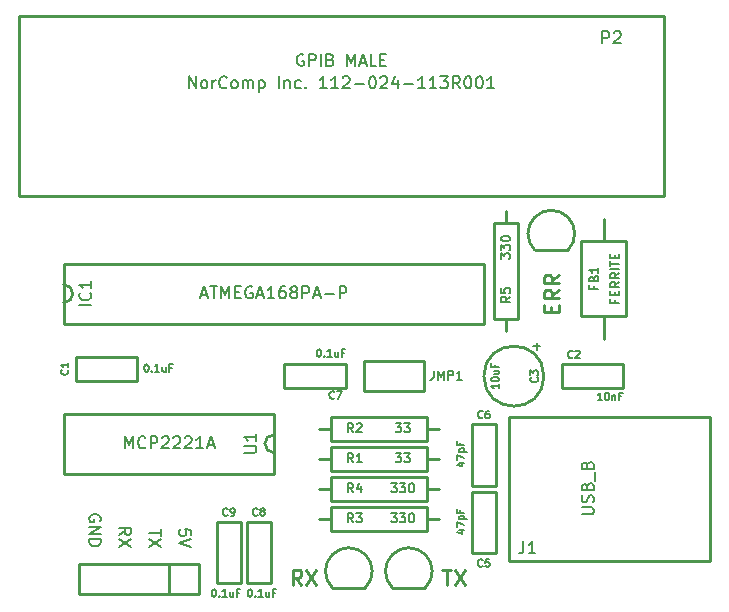
<source format=gto>
G04 (created by PCBNEW (22-Jun-2014 BZR 4027)-stable) date Sat 02 Sep 2017 11:43:59 PM CDT*
%MOIN*%
G04 Gerber Fmt 3.4, Leading zero omitted, Abs format*
%FSLAX34Y34*%
G01*
G70*
G90*
G04 APERTURE LIST*
%ADD10C,0.00393701*%
%ADD11C,0.008*%
%ADD12C,0.01*%
%ADD13C,0.00590551*%
%ADD14C,0.006*%
%ADD15C,0.005*%
G04 APERTURE END LIST*
G54D10*
G54D11*
X53488Y-48311D02*
X53488Y-48121D01*
X53297Y-48102D01*
X53316Y-48121D01*
X53335Y-48159D01*
X53335Y-48254D01*
X53316Y-48292D01*
X53297Y-48311D01*
X53259Y-48330D01*
X53164Y-48330D01*
X53126Y-48311D01*
X53107Y-48292D01*
X53088Y-48254D01*
X53088Y-48159D01*
X53107Y-48121D01*
X53126Y-48102D01*
X53488Y-48445D02*
X53088Y-48578D01*
X53488Y-48711D01*
X52488Y-48102D02*
X52488Y-48330D01*
X52088Y-48216D02*
X52488Y-48216D01*
X52488Y-48426D02*
X52088Y-48692D01*
X52488Y-48692D02*
X52088Y-48426D01*
X51088Y-48292D02*
X51278Y-48159D01*
X51088Y-48064D02*
X51488Y-48064D01*
X51488Y-48216D01*
X51469Y-48254D01*
X51450Y-48273D01*
X51411Y-48292D01*
X51354Y-48292D01*
X51316Y-48273D01*
X51297Y-48254D01*
X51278Y-48216D01*
X51278Y-48064D01*
X51488Y-48426D02*
X51088Y-48692D01*
X51488Y-48692D02*
X51088Y-48426D01*
X50469Y-47835D02*
X50488Y-47797D01*
X50488Y-47740D01*
X50469Y-47683D01*
X50430Y-47645D01*
X50392Y-47626D01*
X50316Y-47607D01*
X50259Y-47607D01*
X50183Y-47626D01*
X50145Y-47645D01*
X50107Y-47683D01*
X50088Y-47740D01*
X50088Y-47778D01*
X50107Y-47835D01*
X50126Y-47854D01*
X50259Y-47854D01*
X50259Y-47778D01*
X50088Y-48026D02*
X50488Y-48026D01*
X50088Y-48254D01*
X50488Y-48254D01*
X50088Y-48445D02*
X50488Y-48445D01*
X50488Y-48540D01*
X50469Y-48597D01*
X50430Y-48635D01*
X50392Y-48654D01*
X50316Y-48673D01*
X50259Y-48673D01*
X50183Y-48654D01*
X50145Y-48635D01*
X50107Y-48597D01*
X50088Y-48540D01*
X50088Y-48445D01*
G54D12*
X69250Y-31000D02*
X69250Y-37000D01*
X69250Y-37000D02*
X47750Y-37000D01*
X47750Y-37000D02*
X47750Y-31000D01*
X69250Y-31000D02*
X47750Y-31000D01*
X63250Y-41250D02*
X56250Y-41250D01*
X56250Y-39250D02*
X63250Y-39250D01*
X53250Y-41250D02*
X56250Y-41250D01*
X53250Y-39250D02*
X56250Y-39250D01*
X49550Y-40250D02*
G75*
G03X49250Y-39950I-300J0D01*
G74*
G01*
X49250Y-40550D02*
G75*
G03X49550Y-40250I0J300D01*
G74*
G01*
X49250Y-39250D02*
X53250Y-39250D01*
X63250Y-39250D02*
X63250Y-41250D01*
X53250Y-41250D02*
X49250Y-41250D01*
X49250Y-41250D02*
X49250Y-39250D01*
X70800Y-49150D02*
X70800Y-44350D01*
X70800Y-44350D02*
X64100Y-44350D01*
X64100Y-44350D02*
X64100Y-49150D01*
X64100Y-49150D02*
X70800Y-49150D01*
X52750Y-50250D02*
X52750Y-49250D01*
X53750Y-50250D02*
X49750Y-50250D01*
X49750Y-50250D02*
X49750Y-49250D01*
X49750Y-49250D02*
X53750Y-49250D01*
X53750Y-49250D02*
X53750Y-50250D01*
X59250Y-42500D02*
X61250Y-42500D01*
X61250Y-42500D02*
X61250Y-43500D01*
X61250Y-43500D02*
X59250Y-43500D01*
X59250Y-43500D02*
X59250Y-42500D01*
X57750Y-45750D02*
X58150Y-45750D01*
X58150Y-45750D02*
X58150Y-45350D01*
X58150Y-45350D02*
X61350Y-45350D01*
X61350Y-45350D02*
X61350Y-46150D01*
X61350Y-46150D02*
X58150Y-46150D01*
X58150Y-46150D02*
X58150Y-45750D01*
X61750Y-45750D02*
X61350Y-45750D01*
X57750Y-44750D02*
X58150Y-44750D01*
X58150Y-44750D02*
X58150Y-44350D01*
X58150Y-44350D02*
X61350Y-44350D01*
X61350Y-44350D02*
X61350Y-45150D01*
X61350Y-45150D02*
X58150Y-45150D01*
X58150Y-45150D02*
X58150Y-44750D01*
X61750Y-44750D02*
X61350Y-44750D01*
X64000Y-41500D02*
X64000Y-41100D01*
X64000Y-41100D02*
X63600Y-41100D01*
X63600Y-41100D02*
X63600Y-37900D01*
X63600Y-37900D02*
X64400Y-37900D01*
X64400Y-37900D02*
X64400Y-41100D01*
X64400Y-41100D02*
X64000Y-41100D01*
X64000Y-37500D02*
X64000Y-37900D01*
X57750Y-47750D02*
X58150Y-47750D01*
X58150Y-47750D02*
X58150Y-47350D01*
X58150Y-47350D02*
X61350Y-47350D01*
X61350Y-47350D02*
X61350Y-48150D01*
X61350Y-48150D02*
X58150Y-48150D01*
X58150Y-48150D02*
X58150Y-47750D01*
X61750Y-47750D02*
X61350Y-47750D01*
X57750Y-46750D02*
X58150Y-46750D01*
X58150Y-46750D02*
X58150Y-46350D01*
X58150Y-46350D02*
X61350Y-46350D01*
X61350Y-46350D02*
X61350Y-47150D01*
X61350Y-47150D02*
X58150Y-47150D01*
X58150Y-47150D02*
X58150Y-46750D01*
X61750Y-46750D02*
X61350Y-46750D01*
X66051Y-38801D02*
X64948Y-38801D01*
X64948Y-37698D02*
G75*
G03X64948Y-38801I551J-551D01*
G74*
G01*
X66051Y-37698D02*
G75*
G03X64948Y-37698I-551J-551D01*
G74*
G01*
X66051Y-38801D02*
G75*
G03X66051Y-37698I-551J551D01*
G74*
G01*
X61301Y-50051D02*
X60198Y-50051D01*
X60198Y-48948D02*
G75*
G03X60198Y-50051I551J-551D01*
G74*
G01*
X61301Y-48948D02*
G75*
G03X60198Y-48948I-551J-551D01*
G74*
G01*
X61301Y-50051D02*
G75*
G03X61301Y-48948I-551J551D01*
G74*
G01*
X59301Y-50051D02*
X58198Y-50051D01*
X58198Y-48948D02*
G75*
G03X58198Y-50051I551J-551D01*
G74*
G01*
X59301Y-48948D02*
G75*
G03X58198Y-48948I-551J-551D01*
G74*
G01*
X59301Y-50051D02*
G75*
G03X59301Y-48948I-551J551D01*
G74*
G01*
X68000Y-41000D02*
X68000Y-38500D01*
X66500Y-41000D02*
X66500Y-38500D01*
X67250Y-41000D02*
X66500Y-41000D01*
X66500Y-38500D02*
X68000Y-38500D01*
X68000Y-41000D02*
X67250Y-41000D01*
X67250Y-37750D02*
X67250Y-38500D01*
X67250Y-41750D02*
X67250Y-41000D01*
X65250Y-43000D02*
G75*
G03X65250Y-43000I-1000J0D01*
G74*
G01*
X52250Y-44250D02*
X49250Y-44250D01*
X52250Y-46250D02*
X49250Y-46250D01*
X55950Y-45250D02*
G75*
G03X56250Y-45550I300J0D01*
G74*
G01*
X56250Y-44950D02*
G75*
G03X55950Y-45250I0J-300D01*
G74*
G01*
X56250Y-46250D02*
X52250Y-46250D01*
X49250Y-46250D02*
X49250Y-44250D01*
X52250Y-44250D02*
X56250Y-44250D01*
X56250Y-44250D02*
X56250Y-46250D01*
X54350Y-47850D02*
X54350Y-49900D01*
X55150Y-47850D02*
X55150Y-49900D01*
X55150Y-49900D02*
X54350Y-49900D01*
X54350Y-47850D02*
X55150Y-47850D01*
X63650Y-46650D02*
X63650Y-44600D01*
X62850Y-46650D02*
X62850Y-44600D01*
X62850Y-44600D02*
X63650Y-44600D01*
X63650Y-46650D02*
X62850Y-46650D01*
X62850Y-46850D02*
X62850Y-48900D01*
X63650Y-46850D02*
X63650Y-48900D01*
X63650Y-48900D02*
X62850Y-48900D01*
X62850Y-46850D02*
X63650Y-46850D01*
X65850Y-43400D02*
X67900Y-43400D01*
X65850Y-42600D02*
X67900Y-42600D01*
X67900Y-42600D02*
X67900Y-43400D01*
X65850Y-43400D02*
X65850Y-42600D01*
X49650Y-43150D02*
X51700Y-43150D01*
X49650Y-42350D02*
X51700Y-42350D01*
X51700Y-42350D02*
X51700Y-43150D01*
X49650Y-43150D02*
X49650Y-42350D01*
X58650Y-42600D02*
X56600Y-42600D01*
X58650Y-43400D02*
X56600Y-43400D01*
X56600Y-43400D02*
X56600Y-42600D01*
X58650Y-42600D02*
X58650Y-43400D01*
X55350Y-47850D02*
X55350Y-49900D01*
X56150Y-47850D02*
X56150Y-49900D01*
X56150Y-49900D02*
X55350Y-49900D01*
X55350Y-47850D02*
X56150Y-47850D01*
G54D11*
X67204Y-31911D02*
X67204Y-31511D01*
X67357Y-31511D01*
X67395Y-31530D01*
X67414Y-31550D01*
X67433Y-31588D01*
X67433Y-31645D01*
X67414Y-31683D01*
X67395Y-31702D01*
X67357Y-31721D01*
X67204Y-31721D01*
X67585Y-31550D02*
X67604Y-31530D01*
X67642Y-31511D01*
X67738Y-31511D01*
X67776Y-31530D01*
X67795Y-31550D01*
X67814Y-31588D01*
X67814Y-31626D01*
X67795Y-31683D01*
X67566Y-31911D01*
X67814Y-31911D01*
G54D13*
X57234Y-32284D02*
X57197Y-32265D01*
X57140Y-32265D01*
X57084Y-32284D01*
X57047Y-32321D01*
X57028Y-32359D01*
X57009Y-32434D01*
X57009Y-32490D01*
X57028Y-32565D01*
X57047Y-32603D01*
X57084Y-32640D01*
X57140Y-32659D01*
X57178Y-32659D01*
X57234Y-32640D01*
X57253Y-32621D01*
X57253Y-32490D01*
X57178Y-32490D01*
X57422Y-32659D02*
X57422Y-32265D01*
X57571Y-32265D01*
X57609Y-32284D01*
X57628Y-32303D01*
X57646Y-32340D01*
X57646Y-32396D01*
X57628Y-32434D01*
X57609Y-32453D01*
X57571Y-32471D01*
X57422Y-32471D01*
X57815Y-32659D02*
X57815Y-32265D01*
X58134Y-32453D02*
X58190Y-32471D01*
X58209Y-32490D01*
X58228Y-32528D01*
X58228Y-32584D01*
X58209Y-32621D01*
X58190Y-32640D01*
X58153Y-32659D01*
X58003Y-32659D01*
X58003Y-32265D01*
X58134Y-32265D01*
X58171Y-32284D01*
X58190Y-32303D01*
X58209Y-32340D01*
X58209Y-32378D01*
X58190Y-32415D01*
X58171Y-32434D01*
X58134Y-32453D01*
X58003Y-32453D01*
X58696Y-32659D02*
X58696Y-32265D01*
X58828Y-32546D01*
X58959Y-32265D01*
X58959Y-32659D01*
X59128Y-32546D02*
X59315Y-32546D01*
X59090Y-32659D02*
X59221Y-32265D01*
X59353Y-32659D01*
X59671Y-32659D02*
X59484Y-32659D01*
X59484Y-32265D01*
X59802Y-32453D02*
X59934Y-32453D01*
X59990Y-32659D02*
X59802Y-32659D01*
X59802Y-32265D01*
X59990Y-32265D01*
G54D11*
X53423Y-33411D02*
X53423Y-33011D01*
X53652Y-33411D01*
X53652Y-33011D01*
X53900Y-33411D02*
X53861Y-33392D01*
X53842Y-33373D01*
X53823Y-33335D01*
X53823Y-33221D01*
X53842Y-33183D01*
X53861Y-33164D01*
X53900Y-33145D01*
X53957Y-33145D01*
X53995Y-33164D01*
X54014Y-33183D01*
X54033Y-33221D01*
X54033Y-33335D01*
X54014Y-33373D01*
X53995Y-33392D01*
X53957Y-33411D01*
X53900Y-33411D01*
X54204Y-33411D02*
X54204Y-33145D01*
X54204Y-33221D02*
X54223Y-33183D01*
X54242Y-33164D01*
X54280Y-33145D01*
X54319Y-33145D01*
X54680Y-33373D02*
X54661Y-33392D01*
X54604Y-33411D01*
X54566Y-33411D01*
X54509Y-33392D01*
X54471Y-33354D01*
X54452Y-33316D01*
X54433Y-33240D01*
X54433Y-33183D01*
X54452Y-33107D01*
X54471Y-33069D01*
X54509Y-33030D01*
X54566Y-33011D01*
X54604Y-33011D01*
X54661Y-33030D01*
X54680Y-33050D01*
X54909Y-33411D02*
X54871Y-33392D01*
X54852Y-33373D01*
X54833Y-33335D01*
X54833Y-33221D01*
X54852Y-33183D01*
X54871Y-33164D01*
X54909Y-33145D01*
X54966Y-33145D01*
X55004Y-33164D01*
X55023Y-33183D01*
X55042Y-33221D01*
X55042Y-33335D01*
X55023Y-33373D01*
X55004Y-33392D01*
X54966Y-33411D01*
X54909Y-33411D01*
X55214Y-33411D02*
X55214Y-33145D01*
X55214Y-33183D02*
X55233Y-33164D01*
X55271Y-33145D01*
X55328Y-33145D01*
X55366Y-33164D01*
X55385Y-33202D01*
X55385Y-33411D01*
X55385Y-33202D02*
X55404Y-33164D01*
X55442Y-33145D01*
X55500Y-33145D01*
X55538Y-33164D01*
X55557Y-33202D01*
X55557Y-33411D01*
X55747Y-33145D02*
X55747Y-33545D01*
X55747Y-33164D02*
X55785Y-33145D01*
X55861Y-33145D01*
X55900Y-33164D01*
X55919Y-33183D01*
X55938Y-33221D01*
X55938Y-33335D01*
X55919Y-33373D01*
X55900Y-33392D01*
X55861Y-33411D01*
X55785Y-33411D01*
X55747Y-33392D01*
X56414Y-33411D02*
X56414Y-33011D01*
X56604Y-33145D02*
X56604Y-33411D01*
X56604Y-33183D02*
X56623Y-33164D01*
X56661Y-33145D01*
X56719Y-33145D01*
X56757Y-33164D01*
X56776Y-33202D01*
X56776Y-33411D01*
X57138Y-33392D02*
X57100Y-33411D01*
X57023Y-33411D01*
X56985Y-33392D01*
X56966Y-33373D01*
X56947Y-33335D01*
X56947Y-33221D01*
X56966Y-33183D01*
X56985Y-33164D01*
X57023Y-33145D01*
X57100Y-33145D01*
X57138Y-33164D01*
X57309Y-33373D02*
X57328Y-33392D01*
X57309Y-33411D01*
X57290Y-33392D01*
X57309Y-33373D01*
X57309Y-33411D01*
X58014Y-33411D02*
X57785Y-33411D01*
X57900Y-33411D02*
X57900Y-33011D01*
X57861Y-33069D01*
X57823Y-33107D01*
X57785Y-33126D01*
X58395Y-33411D02*
X58166Y-33411D01*
X58280Y-33411D02*
X58280Y-33011D01*
X58242Y-33069D01*
X58204Y-33107D01*
X58166Y-33126D01*
X58547Y-33050D02*
X58566Y-33030D01*
X58604Y-33011D01*
X58700Y-33011D01*
X58738Y-33030D01*
X58757Y-33050D01*
X58776Y-33088D01*
X58776Y-33126D01*
X58757Y-33183D01*
X58528Y-33411D01*
X58776Y-33411D01*
X58947Y-33259D02*
X59252Y-33259D01*
X59519Y-33011D02*
X59557Y-33011D01*
X59595Y-33030D01*
X59614Y-33050D01*
X59633Y-33088D01*
X59652Y-33164D01*
X59652Y-33259D01*
X59633Y-33335D01*
X59614Y-33373D01*
X59595Y-33392D01*
X59557Y-33411D01*
X59519Y-33411D01*
X59480Y-33392D01*
X59461Y-33373D01*
X59442Y-33335D01*
X59423Y-33259D01*
X59423Y-33164D01*
X59442Y-33088D01*
X59461Y-33050D01*
X59480Y-33030D01*
X59519Y-33011D01*
X59804Y-33050D02*
X59823Y-33030D01*
X59861Y-33011D01*
X59957Y-33011D01*
X59995Y-33030D01*
X60014Y-33050D01*
X60033Y-33088D01*
X60033Y-33126D01*
X60014Y-33183D01*
X59785Y-33411D01*
X60033Y-33411D01*
X60376Y-33145D02*
X60376Y-33411D01*
X60280Y-32992D02*
X60185Y-33278D01*
X60433Y-33278D01*
X60585Y-33259D02*
X60890Y-33259D01*
X61290Y-33411D02*
X61061Y-33411D01*
X61176Y-33411D02*
X61176Y-33011D01*
X61138Y-33069D01*
X61100Y-33107D01*
X61061Y-33126D01*
X61671Y-33411D02*
X61442Y-33411D01*
X61557Y-33411D02*
X61557Y-33011D01*
X61519Y-33069D01*
X61480Y-33107D01*
X61442Y-33126D01*
X61804Y-33011D02*
X62052Y-33011D01*
X61919Y-33164D01*
X61976Y-33164D01*
X62014Y-33183D01*
X62033Y-33202D01*
X62052Y-33240D01*
X62052Y-33335D01*
X62033Y-33373D01*
X62014Y-33392D01*
X61976Y-33411D01*
X61861Y-33411D01*
X61823Y-33392D01*
X61804Y-33373D01*
X62452Y-33411D02*
X62319Y-33221D01*
X62223Y-33411D02*
X62223Y-33011D01*
X62376Y-33011D01*
X62414Y-33030D01*
X62433Y-33050D01*
X62452Y-33088D01*
X62452Y-33145D01*
X62433Y-33183D01*
X62414Y-33202D01*
X62376Y-33221D01*
X62223Y-33221D01*
X62700Y-33011D02*
X62738Y-33011D01*
X62776Y-33030D01*
X62795Y-33050D01*
X62814Y-33088D01*
X62833Y-33164D01*
X62833Y-33259D01*
X62814Y-33335D01*
X62795Y-33373D01*
X62776Y-33392D01*
X62738Y-33411D01*
X62700Y-33411D01*
X62661Y-33392D01*
X62642Y-33373D01*
X62623Y-33335D01*
X62604Y-33259D01*
X62604Y-33164D01*
X62623Y-33088D01*
X62642Y-33050D01*
X62661Y-33030D01*
X62700Y-33011D01*
X63080Y-33011D02*
X63119Y-33011D01*
X63157Y-33030D01*
X63176Y-33050D01*
X63195Y-33088D01*
X63214Y-33164D01*
X63214Y-33259D01*
X63195Y-33335D01*
X63176Y-33373D01*
X63157Y-33392D01*
X63119Y-33411D01*
X63080Y-33411D01*
X63042Y-33392D01*
X63023Y-33373D01*
X63004Y-33335D01*
X62985Y-33259D01*
X62985Y-33164D01*
X63004Y-33088D01*
X63023Y-33050D01*
X63042Y-33030D01*
X63080Y-33011D01*
X63595Y-33411D02*
X63366Y-33411D01*
X63480Y-33411D02*
X63480Y-33011D01*
X63442Y-33069D01*
X63404Y-33107D01*
X63366Y-33126D01*
X50161Y-40640D02*
X49761Y-40640D01*
X50123Y-40221D02*
X50142Y-40240D01*
X50161Y-40297D01*
X50161Y-40335D01*
X50142Y-40392D01*
X50104Y-40430D01*
X50066Y-40449D01*
X49990Y-40469D01*
X49933Y-40469D01*
X49857Y-40449D01*
X49819Y-40430D01*
X49780Y-40392D01*
X49761Y-40335D01*
X49761Y-40297D01*
X49780Y-40240D01*
X49800Y-40221D01*
X50161Y-39840D02*
X50161Y-40069D01*
X50161Y-39954D02*
X49761Y-39954D01*
X49819Y-39992D01*
X49857Y-40030D01*
X49876Y-40069D01*
X53830Y-40297D02*
X54021Y-40297D01*
X53792Y-40411D02*
X53926Y-40011D01*
X54059Y-40411D01*
X54135Y-40011D02*
X54364Y-40011D01*
X54250Y-40411D02*
X54250Y-40011D01*
X54497Y-40411D02*
X54497Y-40011D01*
X54630Y-40297D01*
X54764Y-40011D01*
X54764Y-40411D01*
X54954Y-40202D02*
X55088Y-40202D01*
X55145Y-40411D02*
X54954Y-40411D01*
X54954Y-40011D01*
X55145Y-40011D01*
X55526Y-40030D02*
X55488Y-40011D01*
X55430Y-40011D01*
X55373Y-40030D01*
X55335Y-40069D01*
X55316Y-40107D01*
X55297Y-40183D01*
X55297Y-40240D01*
X55316Y-40316D01*
X55335Y-40354D01*
X55373Y-40392D01*
X55430Y-40411D01*
X55469Y-40411D01*
X55526Y-40392D01*
X55545Y-40373D01*
X55545Y-40240D01*
X55469Y-40240D01*
X55697Y-40297D02*
X55888Y-40297D01*
X55659Y-40411D02*
X55792Y-40011D01*
X55926Y-40411D01*
X56269Y-40411D02*
X56040Y-40411D01*
X56154Y-40411D02*
X56154Y-40011D01*
X56116Y-40069D01*
X56078Y-40107D01*
X56040Y-40126D01*
X56611Y-40011D02*
X56535Y-40011D01*
X56497Y-40030D01*
X56478Y-40050D01*
X56440Y-40107D01*
X56421Y-40183D01*
X56421Y-40335D01*
X56440Y-40373D01*
X56459Y-40392D01*
X56497Y-40411D01*
X56573Y-40411D01*
X56611Y-40392D01*
X56630Y-40373D01*
X56650Y-40335D01*
X56650Y-40240D01*
X56630Y-40202D01*
X56611Y-40183D01*
X56573Y-40164D01*
X56497Y-40164D01*
X56459Y-40183D01*
X56440Y-40202D01*
X56421Y-40240D01*
X56878Y-40183D02*
X56840Y-40164D01*
X56821Y-40145D01*
X56802Y-40107D01*
X56802Y-40088D01*
X56821Y-40050D01*
X56840Y-40030D01*
X56878Y-40011D01*
X56954Y-40011D01*
X56992Y-40030D01*
X57011Y-40050D01*
X57030Y-40088D01*
X57030Y-40107D01*
X57011Y-40145D01*
X56992Y-40164D01*
X56954Y-40183D01*
X56878Y-40183D01*
X56840Y-40202D01*
X56821Y-40221D01*
X56802Y-40259D01*
X56802Y-40335D01*
X56821Y-40373D01*
X56840Y-40392D01*
X56878Y-40411D01*
X56954Y-40411D01*
X56992Y-40392D01*
X57011Y-40373D01*
X57030Y-40335D01*
X57030Y-40259D01*
X57011Y-40221D01*
X56992Y-40202D01*
X56954Y-40183D01*
X57202Y-40411D02*
X57202Y-40011D01*
X57354Y-40011D01*
X57392Y-40030D01*
X57411Y-40050D01*
X57430Y-40088D01*
X57430Y-40145D01*
X57411Y-40183D01*
X57392Y-40202D01*
X57354Y-40221D01*
X57202Y-40221D01*
X57583Y-40297D02*
X57773Y-40297D01*
X57545Y-40411D02*
X57678Y-40011D01*
X57811Y-40411D01*
X57945Y-40259D02*
X58250Y-40259D01*
X58440Y-40411D02*
X58440Y-40011D01*
X58592Y-40011D01*
X58630Y-40030D01*
X58650Y-40050D01*
X58669Y-40088D01*
X58669Y-40145D01*
X58650Y-40183D01*
X58630Y-40202D01*
X58592Y-40221D01*
X58440Y-40221D01*
X64566Y-48511D02*
X64566Y-48797D01*
X64547Y-48854D01*
X64509Y-48892D01*
X64452Y-48911D01*
X64414Y-48911D01*
X64966Y-48911D02*
X64738Y-48911D01*
X64852Y-48911D02*
X64852Y-48511D01*
X64814Y-48569D01*
X64776Y-48607D01*
X64738Y-48626D01*
X66511Y-47607D02*
X66835Y-47607D01*
X66873Y-47588D01*
X66892Y-47569D01*
X66911Y-47530D01*
X66911Y-47454D01*
X66892Y-47416D01*
X66873Y-47397D01*
X66835Y-47378D01*
X66511Y-47378D01*
X66892Y-47207D02*
X66911Y-47149D01*
X66911Y-47054D01*
X66892Y-47016D01*
X66873Y-46997D01*
X66835Y-46978D01*
X66797Y-46978D01*
X66759Y-46997D01*
X66740Y-47016D01*
X66721Y-47054D01*
X66702Y-47130D01*
X66683Y-47169D01*
X66664Y-47188D01*
X66626Y-47207D01*
X66588Y-47207D01*
X66550Y-47188D01*
X66530Y-47169D01*
X66511Y-47130D01*
X66511Y-47035D01*
X66530Y-46978D01*
X66702Y-46673D02*
X66721Y-46616D01*
X66740Y-46597D01*
X66778Y-46578D01*
X66835Y-46578D01*
X66873Y-46597D01*
X66892Y-46616D01*
X66911Y-46654D01*
X66911Y-46807D01*
X66511Y-46807D01*
X66511Y-46673D01*
X66530Y-46635D01*
X66550Y-46616D01*
X66588Y-46597D01*
X66626Y-46597D01*
X66664Y-46616D01*
X66683Y-46635D01*
X66702Y-46673D01*
X66702Y-46807D01*
X66950Y-46502D02*
X66950Y-46197D01*
X66702Y-45969D02*
X66721Y-45911D01*
X66740Y-45892D01*
X66778Y-45873D01*
X66835Y-45873D01*
X66873Y-45892D01*
X66892Y-45911D01*
X66911Y-45950D01*
X66911Y-46102D01*
X66511Y-46102D01*
X66511Y-45969D01*
X66530Y-45930D01*
X66550Y-45911D01*
X66588Y-45892D01*
X66626Y-45892D01*
X66664Y-45911D01*
X66683Y-45930D01*
X66702Y-45969D01*
X66702Y-46102D01*
G54D14*
X61578Y-42821D02*
X61578Y-43035D01*
X61564Y-43078D01*
X61535Y-43107D01*
X61492Y-43121D01*
X61464Y-43121D01*
X61721Y-43121D02*
X61721Y-42821D01*
X61821Y-43035D01*
X61921Y-42821D01*
X61921Y-43121D01*
X62064Y-43121D02*
X62064Y-42821D01*
X62178Y-42821D01*
X62207Y-42835D01*
X62221Y-42850D01*
X62235Y-42878D01*
X62235Y-42921D01*
X62221Y-42950D01*
X62207Y-42964D01*
X62178Y-42978D01*
X62064Y-42978D01*
X62521Y-43121D02*
X62350Y-43121D01*
X62435Y-43121D02*
X62435Y-42821D01*
X62407Y-42864D01*
X62378Y-42892D01*
X62350Y-42907D01*
X58900Y-45871D02*
X58800Y-45728D01*
X58728Y-45871D02*
X58728Y-45571D01*
X58842Y-45571D01*
X58871Y-45585D01*
X58885Y-45600D01*
X58900Y-45628D01*
X58900Y-45671D01*
X58885Y-45700D01*
X58871Y-45714D01*
X58842Y-45728D01*
X58728Y-45728D01*
X59185Y-45871D02*
X59014Y-45871D01*
X59100Y-45871D02*
X59100Y-45571D01*
X59071Y-45614D01*
X59042Y-45642D01*
X59014Y-45657D01*
X60307Y-45571D02*
X60492Y-45571D01*
X60392Y-45685D01*
X60435Y-45685D01*
X60464Y-45700D01*
X60478Y-45714D01*
X60492Y-45742D01*
X60492Y-45814D01*
X60478Y-45842D01*
X60464Y-45857D01*
X60435Y-45871D01*
X60350Y-45871D01*
X60321Y-45857D01*
X60307Y-45842D01*
X60592Y-45571D02*
X60778Y-45571D01*
X60678Y-45685D01*
X60721Y-45685D01*
X60750Y-45700D01*
X60764Y-45714D01*
X60778Y-45742D01*
X60778Y-45814D01*
X60764Y-45842D01*
X60750Y-45857D01*
X60721Y-45871D01*
X60635Y-45871D01*
X60607Y-45857D01*
X60592Y-45842D01*
X58900Y-44871D02*
X58800Y-44728D01*
X58728Y-44871D02*
X58728Y-44571D01*
X58842Y-44571D01*
X58871Y-44585D01*
X58885Y-44600D01*
X58900Y-44628D01*
X58900Y-44671D01*
X58885Y-44700D01*
X58871Y-44714D01*
X58842Y-44728D01*
X58728Y-44728D01*
X59014Y-44600D02*
X59028Y-44585D01*
X59057Y-44571D01*
X59128Y-44571D01*
X59157Y-44585D01*
X59171Y-44600D01*
X59185Y-44628D01*
X59185Y-44657D01*
X59171Y-44700D01*
X59000Y-44871D01*
X59185Y-44871D01*
X60307Y-44571D02*
X60492Y-44571D01*
X60392Y-44685D01*
X60435Y-44685D01*
X60464Y-44700D01*
X60478Y-44714D01*
X60492Y-44742D01*
X60492Y-44814D01*
X60478Y-44842D01*
X60464Y-44857D01*
X60435Y-44871D01*
X60350Y-44871D01*
X60321Y-44857D01*
X60307Y-44842D01*
X60592Y-44571D02*
X60778Y-44571D01*
X60678Y-44685D01*
X60721Y-44685D01*
X60750Y-44700D01*
X60764Y-44714D01*
X60778Y-44742D01*
X60778Y-44814D01*
X60764Y-44842D01*
X60750Y-44857D01*
X60721Y-44871D01*
X60635Y-44871D01*
X60607Y-44857D01*
X60592Y-44842D01*
X64121Y-40350D02*
X63978Y-40450D01*
X64121Y-40521D02*
X63821Y-40521D01*
X63821Y-40407D01*
X63835Y-40378D01*
X63850Y-40364D01*
X63878Y-40350D01*
X63921Y-40350D01*
X63950Y-40364D01*
X63964Y-40378D01*
X63978Y-40407D01*
X63978Y-40521D01*
X63821Y-40078D02*
X63821Y-40221D01*
X63964Y-40235D01*
X63950Y-40221D01*
X63935Y-40192D01*
X63935Y-40121D01*
X63950Y-40092D01*
X63964Y-40078D01*
X63992Y-40064D01*
X64064Y-40064D01*
X64092Y-40078D01*
X64107Y-40092D01*
X64121Y-40121D01*
X64121Y-40192D01*
X64107Y-40221D01*
X64092Y-40235D01*
X63821Y-39085D02*
X63821Y-38900D01*
X63935Y-39000D01*
X63935Y-38957D01*
X63950Y-38928D01*
X63964Y-38914D01*
X63992Y-38900D01*
X64064Y-38900D01*
X64092Y-38914D01*
X64107Y-38928D01*
X64121Y-38957D01*
X64121Y-39042D01*
X64107Y-39071D01*
X64092Y-39085D01*
X63821Y-38800D02*
X63821Y-38614D01*
X63935Y-38714D01*
X63935Y-38671D01*
X63950Y-38642D01*
X63964Y-38628D01*
X63992Y-38614D01*
X64064Y-38614D01*
X64092Y-38628D01*
X64107Y-38642D01*
X64121Y-38671D01*
X64121Y-38757D01*
X64107Y-38785D01*
X64092Y-38800D01*
X63821Y-38428D02*
X63821Y-38400D01*
X63835Y-38371D01*
X63850Y-38357D01*
X63878Y-38342D01*
X63935Y-38328D01*
X64007Y-38328D01*
X64064Y-38342D01*
X64092Y-38357D01*
X64107Y-38371D01*
X64121Y-38400D01*
X64121Y-38428D01*
X64107Y-38457D01*
X64092Y-38471D01*
X64064Y-38485D01*
X64007Y-38500D01*
X63935Y-38500D01*
X63878Y-38485D01*
X63850Y-38471D01*
X63835Y-38457D01*
X63821Y-38428D01*
X58900Y-47871D02*
X58800Y-47728D01*
X58728Y-47871D02*
X58728Y-47571D01*
X58842Y-47571D01*
X58871Y-47585D01*
X58885Y-47600D01*
X58900Y-47628D01*
X58900Y-47671D01*
X58885Y-47700D01*
X58871Y-47714D01*
X58842Y-47728D01*
X58728Y-47728D01*
X59000Y-47571D02*
X59185Y-47571D01*
X59085Y-47685D01*
X59128Y-47685D01*
X59157Y-47700D01*
X59171Y-47714D01*
X59185Y-47742D01*
X59185Y-47814D01*
X59171Y-47842D01*
X59157Y-47857D01*
X59128Y-47871D01*
X59042Y-47871D01*
X59014Y-47857D01*
X59000Y-47842D01*
X60164Y-47571D02*
X60350Y-47571D01*
X60250Y-47685D01*
X60292Y-47685D01*
X60321Y-47700D01*
X60335Y-47714D01*
X60350Y-47742D01*
X60350Y-47814D01*
X60335Y-47842D01*
X60321Y-47857D01*
X60292Y-47871D01*
X60207Y-47871D01*
X60178Y-47857D01*
X60164Y-47842D01*
X60450Y-47571D02*
X60635Y-47571D01*
X60535Y-47685D01*
X60578Y-47685D01*
X60607Y-47700D01*
X60621Y-47714D01*
X60635Y-47742D01*
X60635Y-47814D01*
X60621Y-47842D01*
X60607Y-47857D01*
X60578Y-47871D01*
X60492Y-47871D01*
X60464Y-47857D01*
X60450Y-47842D01*
X60821Y-47571D02*
X60850Y-47571D01*
X60878Y-47585D01*
X60892Y-47600D01*
X60907Y-47628D01*
X60921Y-47685D01*
X60921Y-47757D01*
X60907Y-47814D01*
X60892Y-47842D01*
X60878Y-47857D01*
X60850Y-47871D01*
X60821Y-47871D01*
X60792Y-47857D01*
X60778Y-47842D01*
X60764Y-47814D01*
X60750Y-47757D01*
X60750Y-47685D01*
X60764Y-47628D01*
X60778Y-47600D01*
X60792Y-47585D01*
X60821Y-47571D01*
X58900Y-46871D02*
X58800Y-46728D01*
X58728Y-46871D02*
X58728Y-46571D01*
X58842Y-46571D01*
X58871Y-46585D01*
X58885Y-46600D01*
X58900Y-46628D01*
X58900Y-46671D01*
X58885Y-46700D01*
X58871Y-46714D01*
X58842Y-46728D01*
X58728Y-46728D01*
X59157Y-46671D02*
X59157Y-46871D01*
X59085Y-46557D02*
X59014Y-46771D01*
X59200Y-46771D01*
X60164Y-46571D02*
X60350Y-46571D01*
X60250Y-46685D01*
X60292Y-46685D01*
X60321Y-46700D01*
X60335Y-46714D01*
X60350Y-46742D01*
X60350Y-46814D01*
X60335Y-46842D01*
X60321Y-46857D01*
X60292Y-46871D01*
X60207Y-46871D01*
X60178Y-46857D01*
X60164Y-46842D01*
X60450Y-46571D02*
X60635Y-46571D01*
X60535Y-46685D01*
X60578Y-46685D01*
X60607Y-46700D01*
X60621Y-46714D01*
X60635Y-46742D01*
X60635Y-46814D01*
X60621Y-46842D01*
X60607Y-46857D01*
X60578Y-46871D01*
X60492Y-46871D01*
X60464Y-46857D01*
X60450Y-46842D01*
X60821Y-46571D02*
X60850Y-46571D01*
X60878Y-46585D01*
X60892Y-46600D01*
X60907Y-46628D01*
X60921Y-46685D01*
X60921Y-46757D01*
X60907Y-46814D01*
X60892Y-46842D01*
X60878Y-46857D01*
X60850Y-46871D01*
X60821Y-46871D01*
X60792Y-46857D01*
X60778Y-46842D01*
X60764Y-46814D01*
X60750Y-46757D01*
X60750Y-46685D01*
X60764Y-46628D01*
X60778Y-46600D01*
X60792Y-46585D01*
X60821Y-46571D01*
G54D12*
X65490Y-40857D02*
X65490Y-40690D01*
X65752Y-40619D02*
X65752Y-40857D01*
X65252Y-40857D01*
X65252Y-40619D01*
X65752Y-40119D02*
X65514Y-40285D01*
X65752Y-40404D02*
X65252Y-40404D01*
X65252Y-40214D01*
X65276Y-40166D01*
X65300Y-40142D01*
X65347Y-40119D01*
X65419Y-40119D01*
X65466Y-40142D01*
X65490Y-40166D01*
X65514Y-40214D01*
X65514Y-40404D01*
X65752Y-39619D02*
X65514Y-39785D01*
X65752Y-39904D02*
X65252Y-39904D01*
X65252Y-39714D01*
X65276Y-39666D01*
X65300Y-39642D01*
X65347Y-39619D01*
X65419Y-39619D01*
X65466Y-39642D01*
X65490Y-39666D01*
X65514Y-39714D01*
X65514Y-39904D01*
X61869Y-49452D02*
X62154Y-49452D01*
X62011Y-49952D02*
X62011Y-49452D01*
X62273Y-49452D02*
X62607Y-49952D01*
X62607Y-49452D02*
X62273Y-49952D01*
X57166Y-49952D02*
X57000Y-49714D01*
X56880Y-49952D02*
X56880Y-49452D01*
X57071Y-49452D01*
X57119Y-49476D01*
X57142Y-49500D01*
X57166Y-49547D01*
X57166Y-49619D01*
X57142Y-49666D01*
X57119Y-49690D01*
X57071Y-49714D01*
X56880Y-49714D01*
X57333Y-49452D02*
X57666Y-49952D01*
X57666Y-49452D02*
X57333Y-49952D01*
G54D14*
X66914Y-39999D02*
X66914Y-40099D01*
X67071Y-40099D02*
X66771Y-40099D01*
X66771Y-39957D01*
X66914Y-39742D02*
X66928Y-39699D01*
X66942Y-39685D01*
X66971Y-39671D01*
X67014Y-39671D01*
X67042Y-39685D01*
X67057Y-39699D01*
X67071Y-39728D01*
X67071Y-39842D01*
X66771Y-39842D01*
X66771Y-39742D01*
X66785Y-39714D01*
X66800Y-39699D01*
X66828Y-39685D01*
X66857Y-39685D01*
X66885Y-39699D01*
X66900Y-39714D01*
X66914Y-39742D01*
X66914Y-39842D01*
X67071Y-39385D02*
X67071Y-39557D01*
X67071Y-39471D02*
X66771Y-39471D01*
X66814Y-39499D01*
X66842Y-39528D01*
X66857Y-39557D01*
X67614Y-40464D02*
X67614Y-40564D01*
X67771Y-40564D02*
X67471Y-40564D01*
X67471Y-40421D01*
X67614Y-40307D02*
X67614Y-40207D01*
X67771Y-40164D02*
X67771Y-40307D01*
X67471Y-40307D01*
X67471Y-40164D01*
X67771Y-39864D02*
X67628Y-39964D01*
X67771Y-40035D02*
X67471Y-40035D01*
X67471Y-39921D01*
X67485Y-39892D01*
X67500Y-39878D01*
X67528Y-39864D01*
X67571Y-39864D01*
X67600Y-39878D01*
X67614Y-39892D01*
X67628Y-39921D01*
X67628Y-40035D01*
X67771Y-39564D02*
X67628Y-39664D01*
X67771Y-39735D02*
X67471Y-39735D01*
X67471Y-39621D01*
X67485Y-39592D01*
X67500Y-39578D01*
X67528Y-39564D01*
X67571Y-39564D01*
X67600Y-39578D01*
X67614Y-39592D01*
X67628Y-39621D01*
X67628Y-39735D01*
X67771Y-39435D02*
X67471Y-39435D01*
X67471Y-39335D02*
X67471Y-39164D01*
X67771Y-39249D02*
X67471Y-39249D01*
X67614Y-39064D02*
X67614Y-38964D01*
X67771Y-38921D02*
X67771Y-39064D01*
X67471Y-39064D01*
X67471Y-38921D01*
G54D15*
X65027Y-43041D02*
X65039Y-43053D01*
X65051Y-43089D01*
X65051Y-43113D01*
X65039Y-43148D01*
X65015Y-43172D01*
X64991Y-43184D01*
X64944Y-43196D01*
X64908Y-43196D01*
X64860Y-43184D01*
X64836Y-43172D01*
X64813Y-43148D01*
X64801Y-43113D01*
X64801Y-43089D01*
X64813Y-43053D01*
X64825Y-43041D01*
X64801Y-42958D02*
X64801Y-42803D01*
X64896Y-42886D01*
X64896Y-42851D01*
X64908Y-42827D01*
X64920Y-42815D01*
X64944Y-42803D01*
X65003Y-42803D01*
X65027Y-42815D01*
X65039Y-42827D01*
X65051Y-42851D01*
X65051Y-42922D01*
X65039Y-42946D01*
X65027Y-42958D01*
X63751Y-43267D02*
X63751Y-43410D01*
X63751Y-43339D02*
X63501Y-43339D01*
X63536Y-43363D01*
X63560Y-43386D01*
X63572Y-43410D01*
X63501Y-43113D02*
X63501Y-43089D01*
X63513Y-43065D01*
X63525Y-43053D01*
X63548Y-43041D01*
X63596Y-43029D01*
X63655Y-43029D01*
X63703Y-43041D01*
X63727Y-43053D01*
X63739Y-43065D01*
X63751Y-43089D01*
X63751Y-43113D01*
X63739Y-43136D01*
X63727Y-43148D01*
X63703Y-43160D01*
X63655Y-43172D01*
X63596Y-43172D01*
X63548Y-43160D01*
X63525Y-43148D01*
X63513Y-43136D01*
X63501Y-43113D01*
X63584Y-42815D02*
X63751Y-42815D01*
X63584Y-42922D02*
X63715Y-42922D01*
X63739Y-42910D01*
X63751Y-42886D01*
X63751Y-42851D01*
X63739Y-42827D01*
X63727Y-42815D01*
X63620Y-42613D02*
X63620Y-42696D01*
X63751Y-42696D02*
X63501Y-42696D01*
X63501Y-42577D01*
G54D14*
X65007Y-42114D02*
X65007Y-41885D01*
X65121Y-42000D02*
X64892Y-42000D01*
G54D11*
X55261Y-45554D02*
X55585Y-45554D01*
X55623Y-45535D01*
X55642Y-45516D01*
X55661Y-45478D01*
X55661Y-45402D01*
X55642Y-45364D01*
X55623Y-45345D01*
X55585Y-45326D01*
X55261Y-45326D01*
X55661Y-44926D02*
X55661Y-45154D01*
X55661Y-45040D02*
X55261Y-45040D01*
X55319Y-45078D01*
X55357Y-45116D01*
X55376Y-45154D01*
X51283Y-45411D02*
X51283Y-45011D01*
X51416Y-45297D01*
X51550Y-45011D01*
X51550Y-45411D01*
X51969Y-45373D02*
X51950Y-45392D01*
X51892Y-45411D01*
X51854Y-45411D01*
X51797Y-45392D01*
X51759Y-45354D01*
X51740Y-45316D01*
X51721Y-45240D01*
X51721Y-45183D01*
X51740Y-45107D01*
X51759Y-45069D01*
X51797Y-45030D01*
X51854Y-45011D01*
X51892Y-45011D01*
X51950Y-45030D01*
X51969Y-45050D01*
X52140Y-45411D02*
X52140Y-45011D01*
X52292Y-45011D01*
X52330Y-45030D01*
X52350Y-45050D01*
X52369Y-45088D01*
X52369Y-45145D01*
X52350Y-45183D01*
X52330Y-45202D01*
X52292Y-45221D01*
X52140Y-45221D01*
X52521Y-45050D02*
X52540Y-45030D01*
X52578Y-45011D01*
X52673Y-45011D01*
X52711Y-45030D01*
X52730Y-45050D01*
X52750Y-45088D01*
X52750Y-45126D01*
X52730Y-45183D01*
X52502Y-45411D01*
X52750Y-45411D01*
X52902Y-45050D02*
X52921Y-45030D01*
X52959Y-45011D01*
X53054Y-45011D01*
X53092Y-45030D01*
X53111Y-45050D01*
X53130Y-45088D01*
X53130Y-45126D01*
X53111Y-45183D01*
X52883Y-45411D01*
X53130Y-45411D01*
X53283Y-45050D02*
X53302Y-45030D01*
X53340Y-45011D01*
X53435Y-45011D01*
X53473Y-45030D01*
X53492Y-45050D01*
X53511Y-45088D01*
X53511Y-45126D01*
X53492Y-45183D01*
X53264Y-45411D01*
X53511Y-45411D01*
X53892Y-45411D02*
X53664Y-45411D01*
X53778Y-45411D02*
X53778Y-45011D01*
X53740Y-45069D01*
X53702Y-45107D01*
X53664Y-45126D01*
X54045Y-45297D02*
X54235Y-45297D01*
X54007Y-45411D02*
X54140Y-45011D01*
X54273Y-45411D01*
G54D15*
X54708Y-47627D02*
X54696Y-47639D01*
X54660Y-47651D01*
X54636Y-47651D01*
X54601Y-47639D01*
X54577Y-47615D01*
X54565Y-47591D01*
X54553Y-47544D01*
X54553Y-47508D01*
X54565Y-47460D01*
X54577Y-47436D01*
X54601Y-47413D01*
X54636Y-47401D01*
X54660Y-47401D01*
X54696Y-47413D01*
X54708Y-47425D01*
X54827Y-47651D02*
X54875Y-47651D01*
X54898Y-47639D01*
X54910Y-47627D01*
X54934Y-47591D01*
X54946Y-47544D01*
X54946Y-47448D01*
X54934Y-47425D01*
X54922Y-47413D01*
X54898Y-47401D01*
X54851Y-47401D01*
X54827Y-47413D01*
X54815Y-47425D01*
X54803Y-47448D01*
X54803Y-47508D01*
X54815Y-47532D01*
X54827Y-47544D01*
X54851Y-47555D01*
X54898Y-47555D01*
X54922Y-47544D01*
X54934Y-47532D01*
X54946Y-47508D01*
X54239Y-50101D02*
X54263Y-50101D01*
X54286Y-50113D01*
X54298Y-50125D01*
X54310Y-50148D01*
X54322Y-50196D01*
X54322Y-50255D01*
X54310Y-50303D01*
X54298Y-50327D01*
X54286Y-50339D01*
X54263Y-50351D01*
X54239Y-50351D01*
X54215Y-50339D01*
X54203Y-50327D01*
X54191Y-50303D01*
X54179Y-50255D01*
X54179Y-50196D01*
X54191Y-50148D01*
X54203Y-50125D01*
X54215Y-50113D01*
X54239Y-50101D01*
X54429Y-50327D02*
X54441Y-50339D01*
X54429Y-50351D01*
X54417Y-50339D01*
X54429Y-50327D01*
X54429Y-50351D01*
X54679Y-50351D02*
X54536Y-50351D01*
X54608Y-50351D02*
X54608Y-50101D01*
X54584Y-50136D01*
X54560Y-50160D01*
X54536Y-50172D01*
X54894Y-50184D02*
X54894Y-50351D01*
X54786Y-50184D02*
X54786Y-50315D01*
X54798Y-50339D01*
X54822Y-50351D01*
X54858Y-50351D01*
X54882Y-50339D01*
X54894Y-50327D01*
X55096Y-50220D02*
X55013Y-50220D01*
X55013Y-50351D02*
X55013Y-50101D01*
X55132Y-50101D01*
X63208Y-44377D02*
X63196Y-44389D01*
X63160Y-44401D01*
X63136Y-44401D01*
X63101Y-44389D01*
X63077Y-44365D01*
X63065Y-44341D01*
X63053Y-44294D01*
X63053Y-44258D01*
X63065Y-44210D01*
X63077Y-44186D01*
X63101Y-44163D01*
X63136Y-44151D01*
X63160Y-44151D01*
X63196Y-44163D01*
X63208Y-44175D01*
X63422Y-44151D02*
X63375Y-44151D01*
X63351Y-44163D01*
X63339Y-44175D01*
X63315Y-44210D01*
X63303Y-44258D01*
X63303Y-44353D01*
X63315Y-44377D01*
X63327Y-44389D01*
X63351Y-44401D01*
X63398Y-44401D01*
X63422Y-44389D01*
X63434Y-44377D01*
X63446Y-44353D01*
X63446Y-44294D01*
X63434Y-44270D01*
X63422Y-44258D01*
X63398Y-44246D01*
X63351Y-44246D01*
X63327Y-44258D01*
X63315Y-44270D01*
X63303Y-44294D01*
X62434Y-45891D02*
X62601Y-45891D01*
X62339Y-45951D02*
X62517Y-46010D01*
X62517Y-45855D01*
X62351Y-45784D02*
X62351Y-45617D01*
X62601Y-45725D01*
X62434Y-45522D02*
X62684Y-45522D01*
X62446Y-45522D02*
X62434Y-45498D01*
X62434Y-45451D01*
X62446Y-45427D01*
X62458Y-45415D01*
X62482Y-45403D01*
X62553Y-45403D01*
X62577Y-45415D01*
X62589Y-45427D01*
X62601Y-45451D01*
X62601Y-45498D01*
X62589Y-45522D01*
X62470Y-45213D02*
X62470Y-45296D01*
X62601Y-45296D02*
X62351Y-45296D01*
X62351Y-45177D01*
X63208Y-49327D02*
X63196Y-49339D01*
X63160Y-49351D01*
X63136Y-49351D01*
X63101Y-49339D01*
X63077Y-49315D01*
X63065Y-49291D01*
X63053Y-49244D01*
X63053Y-49208D01*
X63065Y-49160D01*
X63077Y-49136D01*
X63101Y-49113D01*
X63136Y-49101D01*
X63160Y-49101D01*
X63196Y-49113D01*
X63208Y-49125D01*
X63434Y-49101D02*
X63315Y-49101D01*
X63303Y-49220D01*
X63315Y-49208D01*
X63339Y-49196D01*
X63398Y-49196D01*
X63422Y-49208D01*
X63434Y-49220D01*
X63446Y-49244D01*
X63446Y-49303D01*
X63434Y-49327D01*
X63422Y-49339D01*
X63398Y-49351D01*
X63339Y-49351D01*
X63315Y-49339D01*
X63303Y-49327D01*
X62434Y-48141D02*
X62601Y-48141D01*
X62339Y-48201D02*
X62517Y-48260D01*
X62517Y-48105D01*
X62351Y-48034D02*
X62351Y-47867D01*
X62601Y-47975D01*
X62434Y-47772D02*
X62684Y-47772D01*
X62446Y-47772D02*
X62434Y-47748D01*
X62434Y-47701D01*
X62446Y-47677D01*
X62458Y-47665D01*
X62482Y-47653D01*
X62553Y-47653D01*
X62577Y-47665D01*
X62589Y-47677D01*
X62601Y-47701D01*
X62601Y-47748D01*
X62589Y-47772D01*
X62470Y-47463D02*
X62470Y-47546D01*
X62601Y-47546D02*
X62351Y-47546D01*
X62351Y-47427D01*
X66208Y-42377D02*
X66196Y-42389D01*
X66160Y-42401D01*
X66136Y-42401D01*
X66101Y-42389D01*
X66077Y-42365D01*
X66065Y-42341D01*
X66053Y-42294D01*
X66053Y-42258D01*
X66065Y-42210D01*
X66077Y-42186D01*
X66101Y-42163D01*
X66136Y-42151D01*
X66160Y-42151D01*
X66196Y-42163D01*
X66208Y-42175D01*
X66303Y-42175D02*
X66315Y-42163D01*
X66339Y-42151D01*
X66398Y-42151D01*
X66422Y-42163D01*
X66434Y-42175D01*
X66446Y-42198D01*
X66446Y-42222D01*
X66434Y-42258D01*
X66291Y-42401D01*
X66446Y-42401D01*
X67182Y-43801D02*
X67039Y-43801D01*
X67110Y-43801D02*
X67110Y-43551D01*
X67086Y-43586D01*
X67063Y-43610D01*
X67039Y-43622D01*
X67336Y-43551D02*
X67360Y-43551D01*
X67384Y-43563D01*
X67396Y-43575D01*
X67408Y-43598D01*
X67420Y-43646D01*
X67420Y-43705D01*
X67408Y-43753D01*
X67396Y-43777D01*
X67384Y-43789D01*
X67360Y-43801D01*
X67336Y-43801D01*
X67313Y-43789D01*
X67301Y-43777D01*
X67289Y-43753D01*
X67277Y-43705D01*
X67277Y-43646D01*
X67289Y-43598D01*
X67301Y-43575D01*
X67313Y-43563D01*
X67336Y-43551D01*
X67527Y-43634D02*
X67527Y-43801D01*
X67527Y-43658D02*
X67539Y-43646D01*
X67563Y-43634D01*
X67598Y-43634D01*
X67622Y-43646D01*
X67634Y-43670D01*
X67634Y-43801D01*
X67836Y-43670D02*
X67753Y-43670D01*
X67753Y-43801D02*
X67753Y-43551D01*
X67872Y-43551D01*
X49377Y-42791D02*
X49389Y-42803D01*
X49401Y-42839D01*
X49401Y-42863D01*
X49389Y-42898D01*
X49365Y-42922D01*
X49341Y-42934D01*
X49294Y-42946D01*
X49258Y-42946D01*
X49210Y-42934D01*
X49186Y-42922D01*
X49163Y-42898D01*
X49151Y-42863D01*
X49151Y-42839D01*
X49163Y-42803D01*
X49175Y-42791D01*
X49401Y-42553D02*
X49401Y-42696D01*
X49401Y-42625D02*
X49151Y-42625D01*
X49186Y-42648D01*
X49210Y-42672D01*
X49222Y-42696D01*
X51989Y-42601D02*
X52013Y-42601D01*
X52036Y-42613D01*
X52048Y-42625D01*
X52060Y-42648D01*
X52072Y-42696D01*
X52072Y-42755D01*
X52060Y-42803D01*
X52048Y-42827D01*
X52036Y-42839D01*
X52013Y-42851D01*
X51989Y-42851D01*
X51965Y-42839D01*
X51953Y-42827D01*
X51941Y-42803D01*
X51929Y-42755D01*
X51929Y-42696D01*
X51941Y-42648D01*
X51953Y-42625D01*
X51965Y-42613D01*
X51989Y-42601D01*
X52179Y-42827D02*
X52191Y-42839D01*
X52179Y-42851D01*
X52167Y-42839D01*
X52179Y-42827D01*
X52179Y-42851D01*
X52429Y-42851D02*
X52286Y-42851D01*
X52358Y-42851D02*
X52358Y-42601D01*
X52334Y-42636D01*
X52310Y-42660D01*
X52286Y-42672D01*
X52644Y-42684D02*
X52644Y-42851D01*
X52536Y-42684D02*
X52536Y-42815D01*
X52548Y-42839D01*
X52572Y-42851D01*
X52608Y-42851D01*
X52632Y-42839D01*
X52644Y-42827D01*
X52846Y-42720D02*
X52763Y-42720D01*
X52763Y-42851D02*
X52763Y-42601D01*
X52882Y-42601D01*
X58258Y-43727D02*
X58246Y-43739D01*
X58210Y-43751D01*
X58186Y-43751D01*
X58151Y-43739D01*
X58127Y-43715D01*
X58115Y-43691D01*
X58103Y-43644D01*
X58103Y-43608D01*
X58115Y-43560D01*
X58127Y-43536D01*
X58151Y-43513D01*
X58186Y-43501D01*
X58210Y-43501D01*
X58246Y-43513D01*
X58258Y-43525D01*
X58341Y-43501D02*
X58508Y-43501D01*
X58401Y-43751D01*
X57739Y-42101D02*
X57763Y-42101D01*
X57786Y-42113D01*
X57798Y-42125D01*
X57810Y-42148D01*
X57822Y-42196D01*
X57822Y-42255D01*
X57810Y-42303D01*
X57798Y-42327D01*
X57786Y-42339D01*
X57763Y-42351D01*
X57739Y-42351D01*
X57715Y-42339D01*
X57703Y-42327D01*
X57691Y-42303D01*
X57679Y-42255D01*
X57679Y-42196D01*
X57691Y-42148D01*
X57703Y-42125D01*
X57715Y-42113D01*
X57739Y-42101D01*
X57929Y-42327D02*
X57941Y-42339D01*
X57929Y-42351D01*
X57917Y-42339D01*
X57929Y-42327D01*
X57929Y-42351D01*
X58179Y-42351D02*
X58036Y-42351D01*
X58108Y-42351D02*
X58108Y-42101D01*
X58084Y-42136D01*
X58060Y-42160D01*
X58036Y-42172D01*
X58394Y-42184D02*
X58394Y-42351D01*
X58286Y-42184D02*
X58286Y-42315D01*
X58298Y-42339D01*
X58322Y-42351D01*
X58358Y-42351D01*
X58382Y-42339D01*
X58394Y-42327D01*
X58596Y-42220D02*
X58513Y-42220D01*
X58513Y-42351D02*
X58513Y-42101D01*
X58632Y-42101D01*
X55708Y-47627D02*
X55696Y-47639D01*
X55660Y-47651D01*
X55636Y-47651D01*
X55601Y-47639D01*
X55577Y-47615D01*
X55565Y-47591D01*
X55553Y-47544D01*
X55553Y-47508D01*
X55565Y-47460D01*
X55577Y-47436D01*
X55601Y-47413D01*
X55636Y-47401D01*
X55660Y-47401D01*
X55696Y-47413D01*
X55708Y-47425D01*
X55851Y-47508D02*
X55827Y-47496D01*
X55815Y-47484D01*
X55803Y-47460D01*
X55803Y-47448D01*
X55815Y-47425D01*
X55827Y-47413D01*
X55851Y-47401D01*
X55898Y-47401D01*
X55922Y-47413D01*
X55934Y-47425D01*
X55946Y-47448D01*
X55946Y-47460D01*
X55934Y-47484D01*
X55922Y-47496D01*
X55898Y-47508D01*
X55851Y-47508D01*
X55827Y-47520D01*
X55815Y-47532D01*
X55803Y-47555D01*
X55803Y-47603D01*
X55815Y-47627D01*
X55827Y-47639D01*
X55851Y-47651D01*
X55898Y-47651D01*
X55922Y-47639D01*
X55934Y-47627D01*
X55946Y-47603D01*
X55946Y-47555D01*
X55934Y-47532D01*
X55922Y-47520D01*
X55898Y-47508D01*
X55439Y-50101D02*
X55463Y-50101D01*
X55486Y-50113D01*
X55498Y-50125D01*
X55510Y-50148D01*
X55522Y-50196D01*
X55522Y-50255D01*
X55510Y-50303D01*
X55498Y-50327D01*
X55486Y-50339D01*
X55463Y-50351D01*
X55439Y-50351D01*
X55415Y-50339D01*
X55403Y-50327D01*
X55391Y-50303D01*
X55379Y-50255D01*
X55379Y-50196D01*
X55391Y-50148D01*
X55403Y-50125D01*
X55415Y-50113D01*
X55439Y-50101D01*
X55629Y-50327D02*
X55641Y-50339D01*
X55629Y-50351D01*
X55617Y-50339D01*
X55629Y-50327D01*
X55629Y-50351D01*
X55879Y-50351D02*
X55736Y-50351D01*
X55808Y-50351D02*
X55808Y-50101D01*
X55784Y-50136D01*
X55760Y-50160D01*
X55736Y-50172D01*
X56094Y-50184D02*
X56094Y-50351D01*
X55986Y-50184D02*
X55986Y-50315D01*
X55998Y-50339D01*
X56022Y-50351D01*
X56058Y-50351D01*
X56082Y-50339D01*
X56094Y-50327D01*
X56296Y-50220D02*
X56213Y-50220D01*
X56213Y-50351D02*
X56213Y-50101D01*
X56332Y-50101D01*
M02*

</source>
